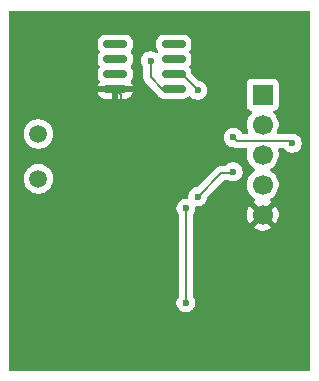
<source format=gbr>
G04 #@! TF.GenerationSoftware,KiCad,Pcbnew,9.0.1*
G04 #@! TF.CreationDate,2026-02-12T23:06:56+05:30*
G04 #@! TF.ProjectId,project1,70726f6a-6563-4743-912e-6b696361645f,rev?*
G04 #@! TF.SameCoordinates,Original*
G04 #@! TF.FileFunction,Copper,L2,Bot*
G04 #@! TF.FilePolarity,Positive*
%FSLAX46Y46*%
G04 Gerber Fmt 4.6, Leading zero omitted, Abs format (unit mm)*
G04 Created by KiCad (PCBNEW 9.0.1) date 2026-02-12 23:06:56*
%MOMM*%
%LPD*%
G01*
G04 APERTURE LIST*
G04 Aperture macros list*
%AMRoundRect*
0 Rectangle with rounded corners*
0 $1 Rounding radius*
0 $2 $3 $4 $5 $6 $7 $8 $9 X,Y pos of 4 corners*
0 Add a 4 corners polygon primitive as box body*
4,1,4,$2,$3,$4,$5,$6,$7,$8,$9,$2,$3,0*
0 Add four circle primitives for the rounded corners*
1,1,$1+$1,$2,$3*
1,1,$1+$1,$4,$5*
1,1,$1+$1,$6,$7*
1,1,$1+$1,$8,$9*
0 Add four rect primitives between the rounded corners*
20,1,$1+$1,$2,$3,$4,$5,0*
20,1,$1+$1,$4,$5,$6,$7,0*
20,1,$1+$1,$6,$7,$8,$9,0*
20,1,$1+$1,$8,$9,$2,$3,0*%
G04 Aperture macros list end*
G04 #@! TA.AperFunction,ComponentPad*
%ADD10C,1.500000*%
G04 #@! TD*
G04 #@! TA.AperFunction,ComponentPad*
%ADD11R,1.700000X1.700000*%
G04 #@! TD*
G04 #@! TA.AperFunction,ComponentPad*
%ADD12C,1.700000*%
G04 #@! TD*
G04 #@! TA.AperFunction,SMDPad,CuDef*
%ADD13RoundRect,0.150000X0.825000X0.150000X-0.825000X0.150000X-0.825000X-0.150000X0.825000X-0.150000X0*%
G04 #@! TD*
G04 #@! TA.AperFunction,ViaPad*
%ADD14C,0.600000*%
G04 #@! TD*
G04 #@! TA.AperFunction,Conductor*
%ADD15C,0.200000*%
G04 #@! TD*
G04 APERTURE END LIST*
D10*
X139441000Y-99759000D03*
X139441000Y-95959000D03*
D11*
X158441000Y-92639000D03*
D12*
X158441000Y-95179000D03*
X158441000Y-97719000D03*
X158441000Y-100259000D03*
X158441000Y-102799000D03*
D13*
X150901000Y-88354000D03*
X150901000Y-89624000D03*
X150901000Y-90894000D03*
X150901000Y-92164000D03*
X145951000Y-92164000D03*
X145951000Y-90894000D03*
X145951000Y-89624000D03*
X145951000Y-88354000D03*
D14*
X151941000Y-110259000D03*
X152941000Y-101259000D03*
X151941000Y-102259000D03*
X146441000Y-94259000D03*
X147790000Y-111259000D03*
X146520000Y-110759000D03*
X144441000Y-97759000D03*
X146520000Y-106759000D03*
X148941000Y-89759000D03*
X160941000Y-96759000D03*
X155941000Y-96259000D03*
X152941000Y-92259000D03*
X155941000Y-99159000D03*
D15*
X151941000Y-107759000D02*
X151941000Y-102259000D01*
X152941000Y-101259000D02*
X154941000Y-99259000D01*
X151941000Y-110259000D02*
X151941000Y-107759000D01*
X147590000Y-111408000D02*
X147641000Y-111408000D01*
X146441000Y-94259000D02*
X146441000Y-92654000D01*
X144441000Y-104680000D02*
X144441000Y-97759000D01*
X144441000Y-97759000D02*
X145941000Y-97759000D01*
X146520000Y-110759000D02*
X146941000Y-110759000D01*
X146941000Y-110759000D02*
X147590000Y-111408000D01*
X146520000Y-106759000D02*
X144441000Y-104680000D01*
X146441000Y-92654000D02*
X145951000Y-92164000D01*
X147641000Y-111408000D02*
X147790000Y-111259000D01*
X148941000Y-89759000D02*
X148941000Y-91178999D01*
X149926001Y-92164000D02*
X150901000Y-92164000D01*
X148941000Y-91178999D02*
X149926001Y-92164000D01*
X160941000Y-96759000D02*
X160750000Y-96568000D01*
X155941000Y-96259000D02*
X155765480Y-96259000D01*
X160750000Y-96568000D02*
X156250000Y-96568000D01*
X156250000Y-96568000D02*
X155941000Y-96259000D01*
X150901000Y-90894000D02*
X151576000Y-90894000D01*
X151576000Y-90894000D02*
X152941000Y-92259000D01*
X155941000Y-99259000D02*
X155941000Y-99159000D01*
X154941000Y-99259000D02*
X155941000Y-99259000D01*
G04 #@! TA.AperFunction,Conductor*
G36*
X162384039Y-85528685D02*
G01*
X162429794Y-85581489D01*
X162441000Y-85633000D01*
X162441000Y-115885000D01*
X162421315Y-115952039D01*
X162368511Y-115997794D01*
X162317000Y-116009000D01*
X137065000Y-116009000D01*
X136997961Y-115989315D01*
X136952206Y-115936511D01*
X136941000Y-115885000D01*
X136941000Y-102180153D01*
X151140500Y-102180153D01*
X151140500Y-102337846D01*
X151171261Y-102492489D01*
X151171264Y-102492501D01*
X151231602Y-102638172D01*
X151231609Y-102638185D01*
X151319602Y-102769874D01*
X151340480Y-102836551D01*
X151340500Y-102838765D01*
X151340500Y-109679234D01*
X151320815Y-109746273D01*
X151319602Y-109748125D01*
X151231609Y-109879814D01*
X151231602Y-109879827D01*
X151171264Y-110025498D01*
X151171261Y-110025510D01*
X151140500Y-110180153D01*
X151140500Y-110337846D01*
X151171261Y-110492489D01*
X151171264Y-110492501D01*
X151231602Y-110638172D01*
X151231609Y-110638185D01*
X151319210Y-110769288D01*
X151319213Y-110769292D01*
X151430707Y-110880786D01*
X151430711Y-110880789D01*
X151561814Y-110968390D01*
X151561827Y-110968397D01*
X151707498Y-111028735D01*
X151707503Y-111028737D01*
X151862153Y-111059499D01*
X151862156Y-111059500D01*
X151862158Y-111059500D01*
X152019844Y-111059500D01*
X152019845Y-111059499D01*
X152174497Y-111028737D01*
X152320179Y-110968394D01*
X152451289Y-110880789D01*
X152562789Y-110769289D01*
X152650394Y-110638179D01*
X152710737Y-110492497D01*
X152741500Y-110337842D01*
X152741500Y-110180158D01*
X152741500Y-110180155D01*
X152741499Y-110180153D01*
X152710738Y-110025510D01*
X152710737Y-110025503D01*
X152710735Y-110025498D01*
X152650397Y-109879827D01*
X152650390Y-109879814D01*
X152562398Y-109748125D01*
X152541520Y-109681447D01*
X152541500Y-109679234D01*
X152541500Y-102838765D01*
X152546647Y-102821235D01*
X152546780Y-102802966D01*
X152560626Y-102773626D01*
X152561185Y-102771726D01*
X152561675Y-102770969D01*
X152562739Y-102769338D01*
X152562789Y-102769289D01*
X152650394Y-102638179D01*
X152710737Y-102492497D01*
X152741500Y-102337842D01*
X152741500Y-102183500D01*
X152761185Y-102116461D01*
X152813989Y-102070706D01*
X152865500Y-102059500D01*
X153019844Y-102059500D01*
X153019845Y-102059499D01*
X153174497Y-102028737D01*
X153320179Y-101968394D01*
X153451289Y-101880789D01*
X153562789Y-101769289D01*
X153650394Y-101638179D01*
X153710737Y-101492497D01*
X153741500Y-101337842D01*
X153741638Y-101337150D01*
X153774023Y-101275239D01*
X153775518Y-101273716D01*
X155153416Y-99895819D01*
X155214739Y-99862334D01*
X155241097Y-99859500D01*
X155515684Y-99859500D01*
X155563136Y-99868939D01*
X155628031Y-99895819D01*
X155707503Y-99928737D01*
X155862153Y-99959499D01*
X155862156Y-99959500D01*
X155862158Y-99959500D01*
X156019844Y-99959500D01*
X156019845Y-99959499D01*
X156174497Y-99928737D01*
X156320179Y-99868394D01*
X156451289Y-99780789D01*
X156562789Y-99669289D01*
X156650394Y-99538179D01*
X156710737Y-99392497D01*
X156741500Y-99237842D01*
X156741500Y-99080158D01*
X156741500Y-99080155D01*
X156741499Y-99080153D01*
X156723367Y-98989000D01*
X156710737Y-98925503D01*
X156696149Y-98890284D01*
X156650397Y-98779827D01*
X156650390Y-98779814D01*
X156562789Y-98648711D01*
X156562786Y-98648707D01*
X156451292Y-98537213D01*
X156451288Y-98537210D01*
X156320185Y-98449609D01*
X156320172Y-98449602D01*
X156174501Y-98389264D01*
X156174489Y-98389261D01*
X156019845Y-98358500D01*
X156019842Y-98358500D01*
X155862158Y-98358500D01*
X155862155Y-98358500D01*
X155707510Y-98389261D01*
X155707498Y-98389264D01*
X155561827Y-98449602D01*
X155561814Y-98449609D01*
X155430712Y-98537209D01*
X155388227Y-98579695D01*
X155345739Y-98622182D01*
X155284419Y-98655666D01*
X155258060Y-98658500D01*
X155020057Y-98658500D01*
X154861943Y-98658500D01*
X154709215Y-98699423D01*
X154709214Y-98699423D01*
X154709212Y-98699424D01*
X154709211Y-98699424D01*
X154674440Y-98719500D01*
X154572287Y-98778477D01*
X154572282Y-98778481D01*
X152926339Y-100424425D01*
X152865016Y-100457910D01*
X152862850Y-100458361D01*
X152707508Y-100489261D01*
X152707498Y-100489264D01*
X152561827Y-100549602D01*
X152561814Y-100549609D01*
X152430711Y-100637210D01*
X152430707Y-100637213D01*
X152319213Y-100748707D01*
X152319210Y-100748711D01*
X152231609Y-100879814D01*
X152231602Y-100879827D01*
X152171264Y-101025498D01*
X152171261Y-101025510D01*
X152140500Y-101180153D01*
X152140500Y-101334500D01*
X152120815Y-101401539D01*
X152068011Y-101447294D01*
X152016500Y-101458500D01*
X151862155Y-101458500D01*
X151707510Y-101489261D01*
X151707498Y-101489264D01*
X151561827Y-101549602D01*
X151561814Y-101549609D01*
X151430711Y-101637210D01*
X151430707Y-101637213D01*
X151319213Y-101748707D01*
X151319210Y-101748711D01*
X151231609Y-101879814D01*
X151231602Y-101879827D01*
X151171264Y-102025498D01*
X151171261Y-102025510D01*
X151140500Y-102180153D01*
X136941000Y-102180153D01*
X136941000Y-99660577D01*
X138190500Y-99660577D01*
X138190500Y-99857422D01*
X138221290Y-100051826D01*
X138282117Y-100239029D01*
X138346449Y-100365287D01*
X138371476Y-100414405D01*
X138487172Y-100573646D01*
X138626354Y-100712828D01*
X138785595Y-100828524D01*
X138868455Y-100870743D01*
X138960970Y-100917882D01*
X138960972Y-100917882D01*
X138960975Y-100917884D01*
X139061317Y-100950487D01*
X139148173Y-100978709D01*
X139342578Y-101009500D01*
X139342583Y-101009500D01*
X139539422Y-101009500D01*
X139733826Y-100978709D01*
X139770416Y-100966820D01*
X139921025Y-100917884D01*
X140096405Y-100828524D01*
X140255646Y-100712828D01*
X140394828Y-100573646D01*
X140510524Y-100414405D01*
X140599884Y-100239025D01*
X140660709Y-100051826D01*
X140675332Y-99959499D01*
X140691500Y-99857422D01*
X140691500Y-99660577D01*
X140660709Y-99466173D01*
X140599882Y-99278970D01*
X140510523Y-99103594D01*
X140394828Y-98944354D01*
X140255646Y-98805172D01*
X140096405Y-98689476D01*
X140030049Y-98655666D01*
X139921029Y-98600117D01*
X139733826Y-98539290D01*
X139539422Y-98508500D01*
X139539417Y-98508500D01*
X139342583Y-98508500D01*
X139342578Y-98508500D01*
X139148173Y-98539290D01*
X138960970Y-98600117D01*
X138785594Y-98689476D01*
X138703518Y-98749109D01*
X138626354Y-98805172D01*
X138626352Y-98805174D01*
X138626351Y-98805174D01*
X138487174Y-98944351D01*
X138487174Y-98944352D01*
X138487172Y-98944354D01*
X138458591Y-98983692D01*
X138371476Y-99103594D01*
X138282117Y-99278970D01*
X138221290Y-99466173D01*
X138190500Y-99660577D01*
X136941000Y-99660577D01*
X136941000Y-95860577D01*
X138190500Y-95860577D01*
X138190500Y-96057422D01*
X138221290Y-96251826D01*
X138282117Y-96439029D01*
X138371476Y-96614405D01*
X138487172Y-96773646D01*
X138626354Y-96912828D01*
X138785595Y-97028524D01*
X138846389Y-97059500D01*
X138960970Y-97117882D01*
X138960972Y-97117882D01*
X138960975Y-97117884D01*
X139023455Y-97138185D01*
X139148173Y-97178709D01*
X139342578Y-97209500D01*
X139342583Y-97209500D01*
X139539422Y-97209500D01*
X139733826Y-97178709D01*
X139759657Y-97170316D01*
X139921025Y-97117884D01*
X140096405Y-97028524D01*
X140255646Y-96912828D01*
X140394828Y-96773646D01*
X140510524Y-96614405D01*
X140599884Y-96439025D01*
X140660709Y-96251826D01*
X140672061Y-96180153D01*
X155140500Y-96180153D01*
X155140500Y-96337846D01*
X155171261Y-96492489D01*
X155171264Y-96492501D01*
X155231602Y-96638172D01*
X155231609Y-96638185D01*
X155319210Y-96769288D01*
X155319213Y-96769292D01*
X155430707Y-96880786D01*
X155430711Y-96880789D01*
X155561814Y-96968390D01*
X155561827Y-96968397D01*
X155706986Y-97028523D01*
X155707503Y-97028737D01*
X155862153Y-97059499D01*
X155862156Y-97059500D01*
X155862158Y-97059500D01*
X155867078Y-97059500D01*
X155882566Y-97063649D01*
X155896309Y-97062995D01*
X155929071Y-97076109D01*
X155968092Y-97098637D01*
X155968094Y-97098639D01*
X155968095Y-97098639D01*
X156018215Y-97127577D01*
X156170943Y-97168501D01*
X156170946Y-97168501D01*
X156336653Y-97168501D01*
X156336669Y-97168500D01*
X157029198Y-97168500D01*
X157096237Y-97188185D01*
X157141992Y-97240989D01*
X157151936Y-97310147D01*
X157147129Y-97330818D01*
X157123753Y-97402760D01*
X157090500Y-97612713D01*
X157090500Y-97825286D01*
X157123753Y-98035239D01*
X157189444Y-98237414D01*
X157285951Y-98426820D01*
X157410890Y-98598786D01*
X157561213Y-98749109D01*
X157733182Y-98874050D01*
X157741946Y-98878516D01*
X157792742Y-98926491D01*
X157809536Y-98994312D01*
X157786998Y-99060447D01*
X157741946Y-99099484D01*
X157733182Y-99103949D01*
X157561213Y-99228890D01*
X157410890Y-99379213D01*
X157285951Y-99551179D01*
X157189444Y-99740585D01*
X157123753Y-99942760D01*
X157121102Y-99959499D01*
X157090500Y-100152713D01*
X157090500Y-100365287D01*
X157123754Y-100575243D01*
X157180117Y-100748711D01*
X157189444Y-100777414D01*
X157285951Y-100966820D01*
X157410890Y-101138786D01*
X157561213Y-101289109D01*
X157733179Y-101414048D01*
X157733181Y-101414049D01*
X157733184Y-101414051D01*
X157742493Y-101418794D01*
X157793290Y-101466766D01*
X157810087Y-101534587D01*
X157787552Y-101600722D01*
X157742505Y-101639760D01*
X157733446Y-101644376D01*
X157733440Y-101644380D01*
X157679282Y-101683727D01*
X157679282Y-101683728D01*
X158311591Y-102316037D01*
X158248007Y-102333075D01*
X158133993Y-102398901D01*
X158040901Y-102491993D01*
X157975075Y-102606007D01*
X157958037Y-102669591D01*
X157325728Y-102037282D01*
X157325727Y-102037282D01*
X157286380Y-102091439D01*
X157189904Y-102280782D01*
X157124242Y-102482869D01*
X157124242Y-102482872D01*
X157091000Y-102692753D01*
X157091000Y-102905246D01*
X157124242Y-103115127D01*
X157124242Y-103115130D01*
X157189904Y-103317217D01*
X157286375Y-103506550D01*
X157325728Y-103560716D01*
X157958037Y-102928408D01*
X157975075Y-102991993D01*
X158040901Y-103106007D01*
X158133993Y-103199099D01*
X158248007Y-103264925D01*
X158311590Y-103281962D01*
X157679282Y-103914269D01*
X157679282Y-103914270D01*
X157733449Y-103953624D01*
X157922782Y-104050095D01*
X158124870Y-104115757D01*
X158334754Y-104149000D01*
X158547246Y-104149000D01*
X158757127Y-104115757D01*
X158757130Y-104115757D01*
X158959217Y-104050095D01*
X159148554Y-103953622D01*
X159202716Y-103914270D01*
X159202717Y-103914270D01*
X158570408Y-103281962D01*
X158633993Y-103264925D01*
X158748007Y-103199099D01*
X158841099Y-103106007D01*
X158906925Y-102991993D01*
X158923962Y-102928409D01*
X159556270Y-103560717D01*
X159556270Y-103560716D01*
X159595622Y-103506554D01*
X159692095Y-103317217D01*
X159757757Y-103115130D01*
X159757757Y-103115127D01*
X159791000Y-102905246D01*
X159791000Y-102692753D01*
X159757757Y-102482872D01*
X159757757Y-102482869D01*
X159692095Y-102280782D01*
X159595624Y-102091449D01*
X159556270Y-102037282D01*
X159556269Y-102037282D01*
X158923962Y-102669590D01*
X158906925Y-102606007D01*
X158841099Y-102491993D01*
X158748007Y-102398901D01*
X158633993Y-102333075D01*
X158570409Y-102316037D01*
X159202716Y-101683728D01*
X159148547Y-101644373D01*
X159148547Y-101644372D01*
X159139500Y-101639763D01*
X159088706Y-101591788D01*
X159071912Y-101523966D01*
X159094451Y-101457832D01*
X159139508Y-101418793D01*
X159148816Y-101414051D01*
X159228007Y-101356515D01*
X159320786Y-101289109D01*
X159320788Y-101289106D01*
X159320792Y-101289104D01*
X159471104Y-101138792D01*
X159471106Y-101138788D01*
X159471109Y-101138786D01*
X159596048Y-100966820D01*
X159596047Y-100966820D01*
X159596051Y-100966816D01*
X159692557Y-100777412D01*
X159758246Y-100575243D01*
X159791500Y-100365287D01*
X159791500Y-100152713D01*
X159758246Y-99942757D01*
X159692557Y-99740588D01*
X159596051Y-99551184D01*
X159596049Y-99551181D01*
X159596048Y-99551179D01*
X159471109Y-99379213D01*
X159320786Y-99228890D01*
X159148820Y-99103951D01*
X159148115Y-99103591D01*
X159140054Y-99099485D01*
X159089259Y-99051512D01*
X159072463Y-98983692D01*
X159094999Y-98917556D01*
X159140054Y-98878515D01*
X159148816Y-98874051D01*
X159243618Y-98805174D01*
X159320786Y-98749109D01*
X159320788Y-98749106D01*
X159320792Y-98749104D01*
X159471104Y-98598792D01*
X159471106Y-98598788D01*
X159471109Y-98598786D01*
X159596048Y-98426820D01*
X159596047Y-98426820D01*
X159596051Y-98426816D01*
X159692557Y-98237412D01*
X159758246Y-98035243D01*
X159791500Y-97825287D01*
X159791500Y-97612713D01*
X159758246Y-97402757D01*
X159734870Y-97330816D01*
X159732876Y-97260977D01*
X159768956Y-97201144D01*
X159831657Y-97170316D01*
X159852802Y-97168500D01*
X160185586Y-97168500D01*
X160252625Y-97188185D01*
X160288688Y-97223609D01*
X160319210Y-97269288D01*
X160319213Y-97269292D01*
X160430707Y-97380786D01*
X160430711Y-97380789D01*
X160561814Y-97468390D01*
X160561827Y-97468397D01*
X160707498Y-97528735D01*
X160707503Y-97528737D01*
X160862153Y-97559499D01*
X160862156Y-97559500D01*
X160862158Y-97559500D01*
X161019844Y-97559500D01*
X161019845Y-97559499D01*
X161174497Y-97528737D01*
X161320179Y-97468394D01*
X161451289Y-97380789D01*
X161562789Y-97269289D01*
X161650394Y-97138179D01*
X161654786Y-97127577D01*
X161682984Y-97059499D01*
X161710737Y-96992497D01*
X161741500Y-96837842D01*
X161741500Y-96680158D01*
X161741500Y-96680155D01*
X161741499Y-96680153D01*
X161710738Y-96525510D01*
X161710737Y-96525503D01*
X161674917Y-96439025D01*
X161650397Y-96379827D01*
X161650390Y-96379814D01*
X161562789Y-96248711D01*
X161562786Y-96248707D01*
X161451292Y-96137213D01*
X161451288Y-96137210D01*
X161320185Y-96049609D01*
X161320172Y-96049602D01*
X161174501Y-95989264D01*
X161174489Y-95989261D01*
X161019845Y-95958500D01*
X161019842Y-95958500D01*
X160862158Y-95958500D01*
X160862157Y-95958500D01*
X160850233Y-95960872D01*
X160828896Y-95965116D01*
X160804706Y-95967499D01*
X160670943Y-95967499D01*
X160670939Y-95967499D01*
X160663332Y-95967500D01*
X160663331Y-95967499D01*
X160663331Y-95967500D01*
X159757290Y-95967500D01*
X159690251Y-95947815D01*
X159644496Y-95895011D01*
X159634552Y-95825853D01*
X159646805Y-95787205D01*
X159692557Y-95697412D01*
X159758246Y-95495243D01*
X159791500Y-95285287D01*
X159791500Y-95072713D01*
X159758246Y-94862757D01*
X159692557Y-94660588D01*
X159596051Y-94471184D01*
X159596049Y-94471181D01*
X159596048Y-94471179D01*
X159471109Y-94299213D01*
X159357569Y-94185673D01*
X159324084Y-94124350D01*
X159329068Y-94054658D01*
X159370940Y-93998725D01*
X159401915Y-93981810D01*
X159533331Y-93932796D01*
X159648546Y-93846546D01*
X159734796Y-93731331D01*
X159785091Y-93596483D01*
X159791500Y-93536873D01*
X159791499Y-91741128D01*
X159785091Y-91681517D01*
X159779523Y-91666589D01*
X159734797Y-91546671D01*
X159734793Y-91546664D01*
X159648547Y-91431455D01*
X159648544Y-91431452D01*
X159533335Y-91345206D01*
X159533328Y-91345202D01*
X159398482Y-91294908D01*
X159398483Y-91294908D01*
X159338883Y-91288501D01*
X159338881Y-91288500D01*
X159338873Y-91288500D01*
X159338864Y-91288500D01*
X157543129Y-91288500D01*
X157543123Y-91288501D01*
X157483516Y-91294908D01*
X157348671Y-91345202D01*
X157348664Y-91345206D01*
X157233455Y-91431452D01*
X157233452Y-91431455D01*
X157147206Y-91546664D01*
X157147202Y-91546671D01*
X157096908Y-91681517D01*
X157090501Y-91741116D01*
X157090501Y-91741123D01*
X157090500Y-91741135D01*
X157090500Y-93536870D01*
X157090501Y-93536876D01*
X157096908Y-93596483D01*
X157147202Y-93731328D01*
X157147206Y-93731335D01*
X157233452Y-93846544D01*
X157233455Y-93846547D01*
X157348664Y-93932793D01*
X157348671Y-93932797D01*
X157480082Y-93981810D01*
X157536016Y-94023681D01*
X157560433Y-94089145D01*
X157545582Y-94157418D01*
X157524431Y-94185673D01*
X157410889Y-94299215D01*
X157285951Y-94471179D01*
X157189444Y-94660585D01*
X157123753Y-94862760D01*
X157090500Y-95072713D01*
X157090500Y-95285286D01*
X157122806Y-95489261D01*
X157123754Y-95495243D01*
X157169882Y-95637211D01*
X157189444Y-95697414D01*
X157235195Y-95787205D01*
X157248091Y-95855874D01*
X157221815Y-95920615D01*
X157164709Y-95960872D01*
X157124710Y-95967500D01*
X156769566Y-95967500D01*
X156702527Y-95947815D01*
X156656772Y-95895011D01*
X156655004Y-95890951D01*
X156650394Y-95879821D01*
X156650390Y-95879814D01*
X156562789Y-95748711D01*
X156562786Y-95748707D01*
X156451292Y-95637213D01*
X156451288Y-95637210D01*
X156320185Y-95549609D01*
X156320172Y-95549602D01*
X156174501Y-95489264D01*
X156174489Y-95489261D01*
X156019845Y-95458500D01*
X156019842Y-95458500D01*
X155862158Y-95458500D01*
X155862155Y-95458500D01*
X155707510Y-95489261D01*
X155707498Y-95489264D01*
X155561827Y-95549602D01*
X155561814Y-95549609D01*
X155430711Y-95637210D01*
X155430707Y-95637213D01*
X155319213Y-95748707D01*
X155319210Y-95748711D01*
X155231609Y-95879814D01*
X155231602Y-95879827D01*
X155171264Y-96025498D01*
X155171261Y-96025510D01*
X155140500Y-96180153D01*
X140672061Y-96180153D01*
X140676098Y-96154667D01*
X140676098Y-96154666D01*
X140691500Y-96057422D01*
X140691500Y-95860577D01*
X140660709Y-95666173D01*
X140632487Y-95579317D01*
X140599884Y-95478975D01*
X140599882Y-95478972D01*
X140599882Y-95478970D01*
X140510523Y-95303594D01*
X140497222Y-95285287D01*
X140394828Y-95144354D01*
X140255646Y-95005172D01*
X140096405Y-94889476D01*
X140043966Y-94862757D01*
X139921029Y-94800117D01*
X139733826Y-94739290D01*
X139539422Y-94708500D01*
X139539417Y-94708500D01*
X139342583Y-94708500D01*
X139342578Y-94708500D01*
X139148173Y-94739290D01*
X138960970Y-94800117D01*
X138785594Y-94889476D01*
X138694741Y-94955485D01*
X138626354Y-95005172D01*
X138626352Y-95005174D01*
X138626351Y-95005174D01*
X138487174Y-95144351D01*
X138487174Y-95144352D01*
X138487172Y-95144354D01*
X138437485Y-95212741D01*
X138371476Y-95303594D01*
X138282117Y-95478970D01*
X138221290Y-95666173D01*
X138190500Y-95860577D01*
X136941000Y-95860577D01*
X136941000Y-92414001D01*
X144478704Y-92414001D01*
X144478899Y-92416486D01*
X144524718Y-92574198D01*
X144608314Y-92715552D01*
X144608321Y-92715561D01*
X144724438Y-92831678D01*
X144724447Y-92831685D01*
X144865803Y-92915282D01*
X144865806Y-92915283D01*
X145023504Y-92961099D01*
X145023510Y-92961100D01*
X145060350Y-92963999D01*
X145060366Y-92964000D01*
X145701000Y-92964000D01*
X146201000Y-92964000D01*
X146841634Y-92964000D01*
X146841649Y-92963999D01*
X146878489Y-92961100D01*
X146878495Y-92961099D01*
X147036193Y-92915283D01*
X147036196Y-92915282D01*
X147177552Y-92831685D01*
X147177561Y-92831678D01*
X147293678Y-92715561D01*
X147293685Y-92715552D01*
X147377281Y-92574198D01*
X147423100Y-92416486D01*
X147423295Y-92414001D01*
X147423295Y-92414000D01*
X146201000Y-92414000D01*
X146201000Y-92964000D01*
X145701000Y-92964000D01*
X145701000Y-92414000D01*
X144478705Y-92414000D01*
X144478704Y-92414001D01*
X136941000Y-92414001D01*
X136941000Y-88138298D01*
X144475500Y-88138298D01*
X144475500Y-88569701D01*
X144478401Y-88606567D01*
X144478402Y-88606573D01*
X144524254Y-88764393D01*
X144524255Y-88764396D01*
X144607917Y-88905862D01*
X144612702Y-88912031D01*
X144610256Y-88913927D01*
X144636857Y-88962642D01*
X144631873Y-89032334D01*
X144611069Y-89064703D01*
X144612702Y-89065969D01*
X144607917Y-89072137D01*
X144524255Y-89213603D01*
X144524254Y-89213606D01*
X144478402Y-89371426D01*
X144478401Y-89371432D01*
X144475500Y-89408298D01*
X144475500Y-89839701D01*
X144478401Y-89876567D01*
X144478402Y-89876573D01*
X144524254Y-90034393D01*
X144524255Y-90034396D01*
X144607917Y-90175862D01*
X144612702Y-90182031D01*
X144610256Y-90183927D01*
X144636857Y-90232642D01*
X144631873Y-90302334D01*
X144611069Y-90334703D01*
X144612702Y-90335969D01*
X144607917Y-90342137D01*
X144524255Y-90483603D01*
X144524254Y-90483606D01*
X144478402Y-90641426D01*
X144478401Y-90641432D01*
X144475500Y-90678298D01*
X144475500Y-91109701D01*
X144478401Y-91146567D01*
X144478402Y-91146573D01*
X144524254Y-91304393D01*
X144524255Y-91304396D01*
X144607917Y-91445862D01*
X144612702Y-91452031D01*
X144610369Y-91453840D01*
X144637210Y-91502995D01*
X144632226Y-91572687D01*
X144611470Y-91605021D01*
X144613097Y-91606283D01*
X144608313Y-91612449D01*
X144524718Y-91753801D01*
X144478899Y-91911513D01*
X144478704Y-91913998D01*
X144478705Y-91914000D01*
X147423295Y-91914000D01*
X147423295Y-91913998D01*
X147423100Y-91911513D01*
X147377281Y-91753801D01*
X147293685Y-91612447D01*
X147288900Y-91606278D01*
X147291366Y-91604364D01*
X147264802Y-91555776D01*
X147269749Y-91486082D01*
X147290856Y-91453232D01*
X147289301Y-91452026D01*
X147294077Y-91445868D01*
X147294081Y-91445865D01*
X147377744Y-91304398D01*
X147423598Y-91146569D01*
X147426500Y-91109694D01*
X147426500Y-90678306D01*
X147423598Y-90641431D01*
X147377744Y-90483602D01*
X147294081Y-90342135D01*
X147294078Y-90342132D01*
X147289298Y-90335969D01*
X147291750Y-90334066D01*
X147265155Y-90285421D01*
X147270104Y-90215726D01*
X147290940Y-90183304D01*
X147289298Y-90182031D01*
X147294075Y-90175870D01*
X147294081Y-90175865D01*
X147377744Y-90034398D01*
X147423598Y-89876569D01*
X147426500Y-89839694D01*
X147426500Y-89680153D01*
X148140500Y-89680153D01*
X148140500Y-89837846D01*
X148171261Y-89992489D01*
X148171264Y-89992501D01*
X148231602Y-90138172D01*
X148231609Y-90138185D01*
X148319602Y-90269874D01*
X148340480Y-90336551D01*
X148340500Y-90338765D01*
X148340500Y-91092329D01*
X148340499Y-91092347D01*
X148340499Y-91258055D01*
X148381422Y-91410782D01*
X148382274Y-91412258D01*
X148382273Y-91412258D01*
X148382277Y-91412263D01*
X148460477Y-91547711D01*
X148460481Y-91547716D01*
X148579349Y-91666584D01*
X148579355Y-91666589D01*
X149447683Y-92534918D01*
X149470046Y-92567824D01*
X149470285Y-92567684D01*
X149472522Y-92571467D01*
X149473804Y-92573353D01*
X149474257Y-92574401D01*
X149557916Y-92715861D01*
X149557923Y-92715870D01*
X149674129Y-92832076D01*
X149674133Y-92832079D01*
X149674135Y-92832081D01*
X149815602Y-92915744D01*
X149857224Y-92927836D01*
X149973426Y-92961597D01*
X149973429Y-92961597D01*
X149973431Y-92961598D01*
X150010306Y-92964500D01*
X150010314Y-92964500D01*
X151791686Y-92964500D01*
X151791694Y-92964500D01*
X151828569Y-92961598D01*
X151828571Y-92961597D01*
X151828573Y-92961597D01*
X151870191Y-92949505D01*
X151986398Y-92915744D01*
X152127865Y-92832081D01*
X152167252Y-92792693D01*
X152228572Y-92759208D01*
X152298264Y-92764191D01*
X152342614Y-92792693D01*
X152430707Y-92880786D01*
X152430711Y-92880789D01*
X152561814Y-92968390D01*
X152561827Y-92968397D01*
X152707498Y-93028735D01*
X152707503Y-93028737D01*
X152862153Y-93059499D01*
X152862156Y-93059500D01*
X152862158Y-93059500D01*
X153019844Y-93059500D01*
X153019845Y-93059499D01*
X153174497Y-93028737D01*
X153320179Y-92968394D01*
X153451289Y-92880789D01*
X153562789Y-92769289D01*
X153650394Y-92638179D01*
X153710737Y-92492497D01*
X153741500Y-92337842D01*
X153741500Y-92180158D01*
X153741500Y-92180155D01*
X153741499Y-92180153D01*
X153710738Y-92025510D01*
X153710737Y-92025503D01*
X153710735Y-92025498D01*
X153650397Y-91879827D01*
X153650390Y-91879814D01*
X153562789Y-91748711D01*
X153562786Y-91748707D01*
X153451292Y-91637213D01*
X153451288Y-91637210D01*
X153320185Y-91549609D01*
X153320172Y-91549602D01*
X153174501Y-91489264D01*
X153174491Y-91489261D01*
X153019151Y-91458362D01*
X152957241Y-91425977D01*
X152955662Y-91424426D01*
X152412819Y-90881583D01*
X152379334Y-90820260D01*
X152376500Y-90793902D01*
X152376500Y-90678313D01*
X152376499Y-90678298D01*
X152373598Y-90641432D01*
X152373597Y-90641426D01*
X152327745Y-90483606D01*
X152327744Y-90483603D01*
X152327744Y-90483602D01*
X152244081Y-90342135D01*
X152244078Y-90342132D01*
X152239298Y-90335969D01*
X152241750Y-90334066D01*
X152215155Y-90285421D01*
X152220104Y-90215726D01*
X152240940Y-90183304D01*
X152239298Y-90182031D01*
X152244075Y-90175870D01*
X152244081Y-90175865D01*
X152327744Y-90034398D01*
X152373598Y-89876569D01*
X152376500Y-89839694D01*
X152376500Y-89408306D01*
X152373598Y-89371431D01*
X152327744Y-89213602D01*
X152244081Y-89072135D01*
X152244078Y-89072132D01*
X152239298Y-89065969D01*
X152241750Y-89064066D01*
X152215155Y-89015421D01*
X152220104Y-88945726D01*
X152240940Y-88913304D01*
X152239298Y-88912031D01*
X152244075Y-88905870D01*
X152244081Y-88905865D01*
X152327744Y-88764398D01*
X152373598Y-88606569D01*
X152376500Y-88569694D01*
X152376500Y-88138306D01*
X152373598Y-88101431D01*
X152327744Y-87943602D01*
X152244081Y-87802135D01*
X152244079Y-87802133D01*
X152244076Y-87802129D01*
X152127870Y-87685923D01*
X152127862Y-87685917D01*
X151986396Y-87602255D01*
X151986393Y-87602254D01*
X151828573Y-87556402D01*
X151828567Y-87556401D01*
X151791701Y-87553500D01*
X151791694Y-87553500D01*
X150010306Y-87553500D01*
X150010298Y-87553500D01*
X149973432Y-87556401D01*
X149973426Y-87556402D01*
X149815606Y-87602254D01*
X149815603Y-87602255D01*
X149674137Y-87685917D01*
X149674129Y-87685923D01*
X149557923Y-87802129D01*
X149557917Y-87802137D01*
X149474255Y-87943603D01*
X149474254Y-87943606D01*
X149428402Y-88101426D01*
X149428401Y-88101432D01*
X149425500Y-88138298D01*
X149425500Y-88569701D01*
X149428401Y-88606567D01*
X149428402Y-88606573D01*
X149474254Y-88764393D01*
X149474255Y-88764396D01*
X149557917Y-88905862D01*
X149562702Y-88912031D01*
X149561016Y-88913338D01*
X149571285Y-88934125D01*
X149586857Y-88962642D01*
X149586669Y-88965264D01*
X149587834Y-88967622D01*
X149584191Y-88999909D01*
X149581873Y-89032334D01*
X149580205Y-89035243D01*
X149580002Y-89037052D01*
X149574356Y-89045453D01*
X149562621Y-89065935D01*
X149562688Y-89065987D01*
X149562321Y-89066459D01*
X149561834Y-89067310D01*
X149557245Y-89072944D01*
X149554716Y-89074679D01*
X149553372Y-89076681D01*
X149552402Y-89077651D01*
X149551582Y-89076831D01*
X149529611Y-89091917D01*
X149502419Y-89111548D01*
X149500900Y-89111630D01*
X149499645Y-89112492D01*
X149466124Y-89113513D01*
X149432652Y-89115326D01*
X149430948Y-89114585D01*
X149429808Y-89114620D01*
X149426598Y-89112693D01*
X149392211Y-89097736D01*
X149320185Y-89049609D01*
X149320172Y-89049602D01*
X149174501Y-88989264D01*
X149174489Y-88989261D01*
X149019845Y-88958500D01*
X149019842Y-88958500D01*
X148862158Y-88958500D01*
X148862155Y-88958500D01*
X148707510Y-88989261D01*
X148707498Y-88989264D01*
X148561827Y-89049602D01*
X148561814Y-89049609D01*
X148430711Y-89137210D01*
X148430707Y-89137213D01*
X148319213Y-89248707D01*
X148319210Y-89248711D01*
X148231609Y-89379814D01*
X148231602Y-89379827D01*
X148171264Y-89525498D01*
X148171261Y-89525510D01*
X148140500Y-89680153D01*
X147426500Y-89680153D01*
X147426500Y-89408306D01*
X147423598Y-89371431D01*
X147377744Y-89213602D01*
X147294081Y-89072135D01*
X147294078Y-89072132D01*
X147289298Y-89065969D01*
X147291750Y-89064066D01*
X147265155Y-89015421D01*
X147270104Y-88945726D01*
X147290940Y-88913304D01*
X147289298Y-88912031D01*
X147294075Y-88905870D01*
X147294081Y-88905865D01*
X147377744Y-88764398D01*
X147423598Y-88606569D01*
X147426500Y-88569694D01*
X147426500Y-88138306D01*
X147423598Y-88101431D01*
X147377744Y-87943602D01*
X147294081Y-87802135D01*
X147294079Y-87802133D01*
X147294076Y-87802129D01*
X147177870Y-87685923D01*
X147177862Y-87685917D01*
X147036396Y-87602255D01*
X147036393Y-87602254D01*
X146878573Y-87556402D01*
X146878567Y-87556401D01*
X146841701Y-87553500D01*
X146841694Y-87553500D01*
X145060306Y-87553500D01*
X145060298Y-87553500D01*
X145023432Y-87556401D01*
X145023426Y-87556402D01*
X144865606Y-87602254D01*
X144865603Y-87602255D01*
X144724137Y-87685917D01*
X144724129Y-87685923D01*
X144607923Y-87802129D01*
X144607917Y-87802137D01*
X144524255Y-87943603D01*
X144524254Y-87943606D01*
X144478402Y-88101426D01*
X144478401Y-88101432D01*
X144475500Y-88138298D01*
X136941000Y-88138298D01*
X136941000Y-85633000D01*
X136960685Y-85565961D01*
X137013489Y-85520206D01*
X137065000Y-85509000D01*
X162317000Y-85509000D01*
X162384039Y-85528685D01*
G37*
G04 #@! TD.AperFunction*
M02*

</source>
